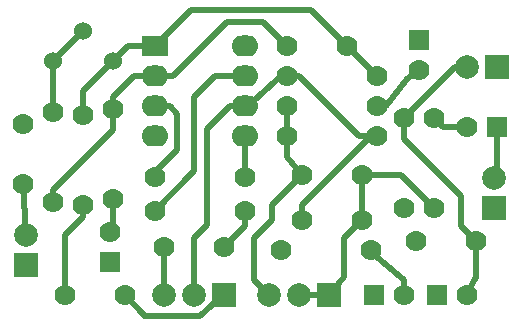
<source format=gbl>
%FSLAX46Y46*%
G04 Gerber Fmt 4.6, Leading zero omitted, Abs format (unit mm)*
G04 Created by KiCad (PCBNEW (2014-10-18 BZR 5203)-product) date 23/10/2014 11:22:48*
%MOMM*%
G01*
G04 APERTURE LIST*
%ADD10C,0.150000*%
%ADD11C,1.524000*%
%ADD12C,1.778000*%
%ADD13R,1.778000X1.778000*%
%ADD14R,2.000000X2.000000*%
%ADD15C,2.000000*%
%ADD16R,2.286000X1.778000*%
%ADD17O,2.286000X1.778000*%
%ADD18C,0.508000*%
G04 APERTURE END LIST*
D10*
D11*
X144907000Y-110617000D03*
X147447000Y-108077000D03*
X149987000Y-110617000D03*
D12*
X142367000Y-121031000D03*
X142367000Y-115951000D03*
X164719000Y-109347000D03*
X169799000Y-109347000D03*
X145923000Y-130429000D03*
X151003000Y-130429000D03*
X165989000Y-124079000D03*
X171069000Y-124079000D03*
X154305000Y-126365000D03*
X159385000Y-126365000D03*
X165989000Y-120269000D03*
X171069000Y-120269000D03*
X149733000Y-125095000D03*
D13*
X149733000Y-127635000D03*
D12*
X174625000Y-130429000D03*
D13*
X172085000Y-130429000D03*
D12*
X179959000Y-116205000D03*
D13*
X182499000Y-116205000D03*
D12*
X179959000Y-130429000D03*
D13*
X177419000Y-130429000D03*
D12*
X175895000Y-111379000D03*
D13*
X175895000Y-108839000D03*
D12*
X180721000Y-125857000D03*
X175641000Y-125857000D03*
X153543000Y-120396000D03*
X161163000Y-120396000D03*
X144907000Y-114935000D03*
X144907000Y-122555000D03*
X149987000Y-114681000D03*
X149987000Y-122301000D03*
X172339000Y-111887000D03*
X164719000Y-111887000D03*
X164719000Y-116967000D03*
X172339000Y-116967000D03*
X153543000Y-123317000D03*
X161163000Y-123317000D03*
X177165000Y-123063000D03*
X177165000Y-115443000D03*
X174625000Y-115443000D03*
X174625000Y-123063000D03*
X171831000Y-126619000D03*
X164211000Y-126619000D03*
X164719000Y-114427000D03*
X172339000Y-114427000D03*
X147447000Y-115189000D03*
X147447000Y-122809000D03*
D14*
X168275000Y-130429000D03*
D15*
X165735000Y-130429000D03*
X163195000Y-130429000D03*
D14*
X159385000Y-130429000D03*
D15*
X156845000Y-130429000D03*
X154305000Y-130429000D03*
D14*
X142621000Y-127889000D03*
D15*
X142621000Y-125349000D03*
D14*
X182245000Y-123063000D03*
D15*
X182245000Y-120523000D03*
D14*
X182499000Y-111125000D03*
D15*
X179959000Y-111125000D03*
D16*
X153543000Y-109347000D03*
D17*
X153543000Y-111887000D03*
X153543000Y-114427000D03*
X153543000Y-116967000D03*
X161163000Y-116967000D03*
X161163000Y-114427000D03*
X161163000Y-111887000D03*
X161163000Y-109347000D03*
D18*
X174625000Y-115443000D02*
X178943000Y-111125000D01*
X178943000Y-111125000D02*
X179959000Y-111125000D01*
X174625000Y-115443000D02*
X174625000Y-117221000D01*
X174625000Y-117221000D02*
X179451000Y-122047000D01*
X179451000Y-122047000D02*
X179451000Y-124587000D01*
X179451000Y-124587000D02*
X180721000Y-125857000D01*
X179959000Y-130302000D02*
X180721000Y-128905000D01*
X180721000Y-128905000D02*
X180721000Y-128143000D01*
X180721000Y-128143000D02*
X180721000Y-125857000D01*
X161163000Y-120396000D02*
X161163000Y-116967000D01*
X174625000Y-129159000D02*
X174625000Y-130302000D01*
X171831000Y-126746000D02*
X174625000Y-129159000D01*
X171831000Y-126619000D02*
X171831000Y-126746000D01*
X142621000Y-125222000D02*
X142367000Y-120904000D01*
X153543000Y-114427000D02*
X154813000Y-114427000D01*
X155448000Y-115062000D02*
X154813000Y-114427000D01*
X155448000Y-118110000D02*
X155448000Y-115062000D01*
X155448000Y-118110000D02*
X153543000Y-120015000D01*
X153543000Y-120523000D02*
X153543000Y-120015000D01*
X153543000Y-111887000D02*
X155067000Y-111887000D01*
X159639000Y-107315000D02*
X162687000Y-107315000D01*
X162687000Y-107315000D02*
X164719000Y-109347000D01*
X155067000Y-111887000D02*
X159639000Y-107315000D01*
X149987000Y-114681000D02*
X149987000Y-113665000D01*
X151765000Y-111887000D02*
X153543000Y-111887000D01*
X149987000Y-113665000D02*
X151765000Y-111887000D01*
X144907000Y-122555000D02*
X144907000Y-121539000D01*
X149987000Y-116459000D02*
X149987000Y-114681000D01*
X144907000Y-121539000D02*
X149987000Y-116459000D01*
X157607000Y-106299000D02*
X156591000Y-106299000D01*
X169799000Y-109347000D02*
X166750984Y-106299000D01*
X166750984Y-106299000D02*
X157607000Y-106299000D01*
X156591000Y-106299000D02*
X153543000Y-109347000D01*
X149987000Y-110617000D02*
X151257000Y-109347000D01*
X151257000Y-109347000D02*
X153543000Y-109347000D01*
X147447000Y-115189000D02*
X147447000Y-113157000D01*
X147447000Y-113157000D02*
X149987000Y-110617000D01*
X172339000Y-111887000D02*
X169799000Y-109347000D01*
X145923000Y-130429000D02*
X145923000Y-125349000D01*
X147447000Y-123825000D02*
X147447000Y-122809000D01*
X145923000Y-125349000D02*
X147447000Y-123825000D01*
X152654000Y-132207000D02*
X152654000Y-132080000D01*
X157353000Y-132207000D02*
X152654000Y-132207000D01*
X159385000Y-130302000D02*
X157353000Y-132207000D01*
X152654000Y-132080000D02*
X151003000Y-130429000D01*
X172339000Y-116967000D02*
X170815000Y-116967000D01*
X170815000Y-116967000D02*
X165735000Y-111887000D01*
X165735000Y-111887000D02*
X164719000Y-111887000D01*
X172339000Y-116967000D02*
X171831000Y-116967000D01*
X171831000Y-116967000D02*
X165989000Y-122809000D01*
X165989000Y-122809000D02*
X165989000Y-124079000D01*
X161163000Y-114427000D02*
X161417000Y-114427000D01*
X161417000Y-114427000D02*
X164211000Y-111887000D01*
X164211000Y-111887000D02*
X164719000Y-111887000D01*
X161163000Y-114427000D02*
X159893000Y-114427000D01*
X156845000Y-125603000D02*
X156845000Y-130302000D01*
X157988000Y-124460000D02*
X156845000Y-125603000D01*
X157988000Y-116332000D02*
X157988000Y-124460000D01*
X159893000Y-114427000D02*
X157988000Y-116332000D01*
X171069000Y-124079000D02*
X171069000Y-120269000D01*
X171069000Y-120269000D02*
X174371000Y-120269000D01*
X174371000Y-120269000D02*
X177165000Y-123063000D01*
X156845000Y-113919000D02*
X156845000Y-113665000D01*
X158623000Y-111887000D02*
X161163000Y-111887000D01*
X156845000Y-113665000D02*
X158623000Y-111887000D01*
X161099650Y-111950350D02*
X161163000Y-111887000D01*
X156845000Y-119888000D02*
X156845000Y-113919000D01*
X156845000Y-113919000D02*
X156845000Y-113918700D01*
X165735000Y-130429000D02*
X168275000Y-130429000D01*
X153543000Y-123317000D02*
X156845000Y-119888000D01*
X169545000Y-125603000D02*
X171069000Y-124079000D01*
X169545000Y-128905000D02*
X169545000Y-125603000D01*
X168275000Y-130429000D02*
X169545000Y-128905000D01*
X154305000Y-126365000D02*
X154305000Y-130302000D01*
X161163000Y-124587000D02*
X161163000Y-123317000D01*
X159385000Y-126365000D02*
X161163000Y-124587000D01*
X165989000Y-120269000D02*
X163449000Y-122809000D01*
X163449000Y-122809000D02*
X163449000Y-124079000D01*
X163449000Y-124079000D02*
X161925000Y-125603000D01*
X161925000Y-125603000D02*
X161925000Y-129159000D01*
X161925000Y-129159000D02*
X163195000Y-130429000D01*
X164719000Y-116967000D02*
X164719000Y-118745000D01*
X164719000Y-118745000D02*
X165989000Y-120269000D01*
X164719000Y-114427000D02*
X164719000Y-116967000D01*
X149987000Y-122301000D02*
X149987000Y-124841000D01*
X149987000Y-124841000D02*
X149733000Y-125095000D01*
X177165000Y-115443000D02*
X177927000Y-116205000D01*
X177927000Y-116205000D02*
X179197000Y-116205000D01*
X179197000Y-116205000D02*
X179959000Y-116205000D01*
X182499000Y-120269000D02*
X182245000Y-120523000D01*
X182499000Y-116205000D02*
X182499000Y-120269000D01*
X174879000Y-112141000D02*
X175895000Y-111379000D01*
X173101000Y-114427000D02*
X174879000Y-112141000D01*
X172339000Y-114427000D02*
X173101000Y-114427000D01*
X144907000Y-114935000D02*
X144907000Y-110617000D01*
X144907000Y-110617000D02*
X147447000Y-108077000D01*
M02*

</source>
